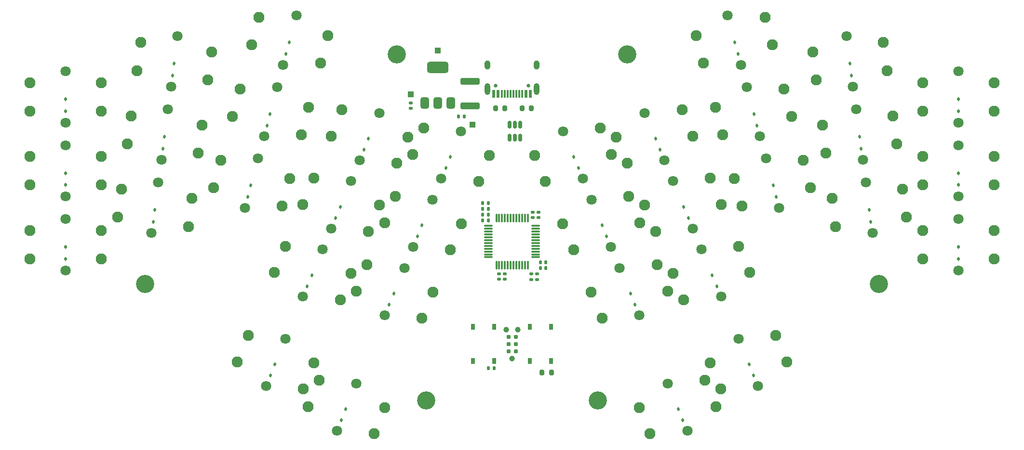
<source format=gbr>
%TF.GenerationSoftware,KiCad,Pcbnew,8.0.8-8.0.8-0~ubuntu22.04.1*%
%TF.CreationDate,2025-02-01T01:24:59+00:00*%
%TF.ProjectId,miniwing,6d696e69-7769-46e6-972e-6b696361645f,1*%
%TF.SameCoordinates,Original*%
%TF.FileFunction,Soldermask,Bot*%
%TF.FilePolarity,Negative*%
%FSLAX46Y46*%
G04 Gerber Fmt 4.6, Leading zero omitted, Abs format (unit mm)*
G04 Created by KiCad (PCBNEW 8.0.8-8.0.8-0~ubuntu22.04.1) date 2025-02-01 01:24:59*
%MOMM*%
%LPD*%
G01*
G04 APERTURE LIST*
G04 Aperture macros list*
%AMRoundRect*
0 Rectangle with rounded corners*
0 $1 Rounding radius*
0 $2 $3 $4 $5 $6 $7 $8 $9 X,Y pos of 4 corners*
0 Add a 4 corners polygon primitive as box body*
4,1,4,$2,$3,$4,$5,$6,$7,$8,$9,$2,$3,0*
0 Add four circle primitives for the rounded corners*
1,1,$1+$1,$2,$3*
1,1,$1+$1,$4,$5*
1,1,$1+$1,$6,$7*
1,1,$1+$1,$8,$9*
0 Add four rect primitives between the rounded corners*
20,1,$1+$1,$2,$3,$4,$5,0*
20,1,$1+$1,$4,$5,$6,$7,0*
20,1,$1+$1,$6,$7,$8,$9,0*
20,1,$1+$1,$8,$9,$2,$3,0*%
G04 Aperture macros list end*
%ADD10RoundRect,0.250000X-1.450000X0.312500X-1.450000X-0.312500X1.450000X-0.312500X1.450000X0.312500X0*%
%ADD11R,0.750000X1.000000*%
%ADD12C,3.200000*%
%ADD13C,1.800000*%
%ADD14C,1.950000*%
%ADD15RoundRect,0.112500X-0.087064X0.200580X-0.136011X-0.171212X0.087064X-0.200580X0.136011X0.171212X0*%
%ADD16RoundRect,0.112500X-0.032183X0.216279X-0.175690X-0.130176X0.032183X-0.216279X0.175690X0.130176X0*%
%ADD17RoundRect,0.112500X-0.136011X0.171212X-0.087064X-0.200580X0.136011X-0.171212X0.087064X0.200580X0*%
%ADD18RoundRect,0.140000X0.140000X0.170000X-0.140000X0.170000X-0.140000X-0.170000X0.140000X-0.170000X0*%
%ADD19RoundRect,0.112500X-0.175690X0.130176X-0.032183X-0.216279X0.175690X-0.130176X0.032183X0.216279X0*%
%ADD20RoundRect,0.112500X-0.060138X0.210228X-0.157195X-0.151994X0.060138X-0.210228X0.157195X0.151994X0*%
%ADD21RoundRect,0.200000X0.200000X0.275000X-0.200000X0.275000X-0.200000X-0.275000X0.200000X-0.275000X0*%
%ADD22RoundRect,0.112500X-0.157195X0.151994X-0.060138X-0.210228X0.157195X-0.151994X0.060138X0.210228X0*%
%ADD23R,1.000000X1.000000*%
%ADD24RoundRect,0.112500X-0.112500X0.187500X-0.112500X-0.187500X0.112500X-0.187500X0.112500X0.187500X0*%
%ADD25RoundRect,0.375000X0.375000X-0.625000X0.375000X0.625000X-0.375000X0.625000X-0.375000X-0.625000X0*%
%ADD26RoundRect,0.500000X1.400000X-0.500000X1.400000X0.500000X-1.400000X0.500000X-1.400000X-0.500000X0*%
%ADD27RoundRect,0.140000X-0.170000X0.140000X-0.170000X-0.140000X0.170000X-0.140000X0.170000X0.140000X0*%
%ADD28RoundRect,0.075000X0.075000X-0.662500X0.075000X0.662500X-0.075000X0.662500X-0.075000X-0.662500X0*%
%ADD29RoundRect,0.075000X0.662500X-0.075000X0.662500X0.075000X-0.662500X0.075000X-0.662500X-0.075000X0*%
%ADD30RoundRect,0.140000X0.170000X-0.140000X0.170000X0.140000X-0.170000X0.140000X-0.170000X-0.140000X0*%
%ADD31RoundRect,0.200000X-0.200000X-0.275000X0.200000X-0.275000X0.200000X0.275000X-0.200000X0.275000X0*%
%ADD32RoundRect,0.140000X-0.140000X-0.170000X0.140000X-0.170000X0.140000X0.170000X-0.140000X0.170000X0*%
%ADD33C,0.650000*%
%ADD34R,0.600000X1.450000*%
%ADD35R,0.300000X1.450000*%
%ADD36O,1.000000X1.600000*%
%ADD37O,1.000000X2.100000*%
%ADD38RoundRect,0.150000X0.150000X-0.512500X0.150000X0.512500X-0.150000X0.512500X-0.150000X-0.512500X0*%
%ADD39C,0.990600*%
%ADD40C,0.787400*%
G04 APERTURE END LIST*
D10*
%TO.C,F1*%
X142500000Y-64162500D03*
X142500000Y-68437500D03*
%TD*%
D11*
%TO.C,RESET1*%
X146745000Y-113317500D03*
X146745000Y-107317500D03*
X142995000Y-113317500D03*
X142995000Y-107317500D03*
%TD*%
%TO.C,BOOT1*%
X152995000Y-107317500D03*
X152995000Y-113317500D03*
X156745000Y-107317500D03*
X156745000Y-113317500D03*
%TD*%
D12*
%TO.C,H6*%
X85402219Y-99760079D03*
%TD*%
%TO.C,H5*%
X134832429Y-120245290D03*
%TD*%
%TO.C,H4*%
X164906645Y-120245671D03*
%TD*%
%TO.C,H3*%
X214335794Y-99760342D03*
%TD*%
%TO.C,H2*%
X170132812Y-59357029D03*
%TD*%
%TO.C,H1*%
X129606220Y-59356769D03*
%TD*%
D13*
%TO.C,S11*%
X71458360Y-75370088D03*
X71458360Y-84370089D03*
D14*
X65208360Y-77370088D03*
X77709359Y-77370088D03*
X65208360Y-82370088D03*
X77709360Y-82370088D03*
%TD*%
D13*
%TO.C,S3*%
X112010819Y-52571544D03*
X109681447Y-61264876D03*
D14*
X105456146Y-52885777D03*
X117531183Y-56121273D03*
X104162050Y-57715405D03*
X116237088Y-60950902D03*
%TD*%
D13*
%TO.C,S12*%
X89448530Y-69025290D03*
X88273795Y-77948293D03*
D14*
X82990948Y-70192390D03*
X95385000Y-71824098D03*
X82338317Y-75149614D03*
X94732369Y-76781323D03*
%TD*%
D13*
%TO.C,S14*%
X121577736Y-81687932D03*
X118133585Y-90002849D03*
D14*
X115038122Y-81143921D03*
X126587540Y-85927847D03*
X113124704Y-85763319D03*
X124674122Y-90547244D03*
%TD*%
D13*
%TO.C,S30*%
X228279636Y-88370086D03*
X228279636Y-97370087D03*
D14*
X222029636Y-90370087D03*
X234530636Y-90370087D03*
X222029636Y-95370087D03*
X234530636Y-95370086D03*
%TD*%
D13*
%TO.C,S27*%
X183135300Y-93699133D03*
X186579451Y-102014050D03*
D14*
X178126419Y-97938663D03*
X189675837Y-93154738D03*
X180039837Y-102558061D03*
X191589255Y-97774135D03*
%TD*%
D13*
%TO.C,S17*%
X178160415Y-81688699D03*
X181604566Y-90003616D03*
D14*
X173151534Y-85928229D03*
X184700952Y-81144304D03*
X175064952Y-90547627D03*
X186614370Y-85763701D03*
%TD*%
D13*
%TO.C,S2*%
X91145370Y-56136506D03*
X89970635Y-65059509D03*
D14*
X84687788Y-57303606D03*
X97081840Y-58935314D03*
X84035157Y-62260830D03*
X96429209Y-63892539D03*
%TD*%
D13*
%TO.C,S7*%
X173185530Y-69678265D03*
X176629681Y-77993182D03*
D14*
X168176649Y-73917795D03*
X179726067Y-69133870D03*
X170090067Y-78537193D03*
X181639485Y-73753267D03*
%TD*%
D13*
%TO.C,S23*%
X105281523Y-77685613D03*
X102952151Y-86378945D03*
D14*
X98726850Y-77999846D03*
X110801887Y-81235342D03*
X97432754Y-82829474D03*
X109507792Y-86064971D03*
%TD*%
D13*
%TO.C,S10*%
X228279637Y-62370086D03*
X228279637Y-71370087D03*
D14*
X222029637Y-64370087D03*
X234530637Y-64370087D03*
X222029637Y-69370087D03*
X234530637Y-69370086D03*
%TD*%
D13*
%TO.C,S26*%
X168782338Y-96938344D03*
X172226489Y-105253261D03*
D14*
X163773457Y-101177874D03*
X175322875Y-96393949D03*
X165686875Y-105797272D03*
X177236293Y-101013346D03*
%TD*%
D13*
%TO.C,S15*%
X135930698Y-84927143D03*
X132486547Y-93242060D03*
D14*
X129391084Y-84383132D03*
X140940502Y-89167058D03*
X127477666Y-89002530D03*
X139027084Y-93786455D03*
%TD*%
D13*
%TO.C,S8*%
X187727247Y-52572061D03*
X190056619Y-61265393D03*
D14*
X182207850Y-56121532D03*
X194282888Y-52886035D03*
X183501945Y-60951160D03*
X195576983Y-57715664D03*
%TD*%
D13*
%TO.C,S22*%
X87751689Y-81914073D03*
X86576954Y-90837076D03*
D14*
X81294107Y-83081173D03*
X93688159Y-84712881D03*
X80641476Y-88038397D03*
X93035528Y-89670106D03*
%TD*%
D13*
%TO.C,S20*%
X228279637Y-75370086D03*
X228279637Y-84370087D03*
D14*
X222029637Y-77370087D03*
X234530637Y-77370087D03*
X222029637Y-82370087D03*
X234530637Y-82370086D03*
%TD*%
D13*
%TO.C,S9*%
X209767379Y-65059771D03*
X208592645Y-56136767D03*
D14*
X202657167Y-58935446D03*
X215051219Y-57303737D03*
X203309798Y-63892670D03*
X215703850Y-62260961D03*
%TD*%
D13*
%TO.C,S1*%
X71458360Y-62370089D03*
X71458360Y-71370090D03*
D14*
X65208360Y-64370089D03*
X77709359Y-64370089D03*
X65208360Y-69370089D03*
X77709360Y-69370089D03*
%TD*%
D13*
%TO.C,S21*%
X71458362Y-88370087D03*
X71458362Y-97370088D03*
D14*
X65208362Y-90370087D03*
X77709361Y-90370087D03*
X65208362Y-95370087D03*
X77709362Y-95370087D03*
%TD*%
D13*
%TO.C,S25*%
X130955813Y-96937577D03*
X127511662Y-105252494D03*
D14*
X124416199Y-96393566D03*
X135965617Y-101177492D03*
X122502781Y-101012964D03*
X134052199Y-105796889D03*
%TD*%
D13*
%TO.C,S31*%
X110097233Y-109404318D03*
X106653082Y-117719235D03*
D14*
X103557619Y-108860307D03*
X115107037Y-113644233D03*
X101644201Y-113479705D03*
X113193619Y-118263630D03*
%TD*%
D13*
%TO.C,S18*%
X191091895Y-65129096D03*
X193421267Y-73822428D03*
D14*
X185572498Y-68678567D03*
X197647536Y-65443070D03*
X186866593Y-73508195D03*
X198941631Y-70272699D03*
%TD*%
D13*
%TO.C,S28*%
X194456543Y-77686131D03*
X196785915Y-86379463D03*
D14*
X188937146Y-81235602D03*
X201012184Y-78000105D03*
X190231241Y-86065230D03*
X202306279Y-82829734D03*
%TD*%
D13*
%TO.C,S19*%
X211464219Y-77948555D03*
X210289485Y-69025551D03*
D14*
X204354007Y-71824230D03*
X216748059Y-70192521D03*
X205006638Y-76781454D03*
X217400690Y-75149745D03*
%TD*%
D13*
%TO.C,S5*%
X140905582Y-72916709D03*
X137461431Y-81231626D03*
D14*
X134365968Y-72372698D03*
X145915386Y-77156624D03*
X132452550Y-76992096D03*
X144001968Y-81776021D03*
%TD*%
D13*
%TO.C,S32*%
X122536778Y-117262927D03*
X119092627Y-125577844D03*
D14*
X115997164Y-116718916D03*
X127546582Y-121502842D03*
X114083746Y-121338314D03*
X125633164Y-126122239D03*
%TD*%
D13*
%TO.C,S6*%
X158832569Y-72917476D03*
X162276720Y-81232393D03*
D14*
X153823688Y-77157006D03*
X165373106Y-72373081D03*
X155737106Y-81776404D03*
X167286524Y-76992478D03*
%TD*%
D13*
%TO.C,S34*%
X189640918Y-109405085D03*
X193085069Y-117720002D03*
D14*
X184632037Y-113644615D03*
X196181455Y-108860690D03*
X186545455Y-118264013D03*
X198094873Y-113480087D03*
%TD*%
D13*
%TO.C,S13*%
X108646171Y-65128578D03*
X106316799Y-73821910D03*
D14*
X102091498Y-65442811D03*
X114166535Y-68678307D03*
X100797402Y-70272439D03*
X112872440Y-73507936D03*
%TD*%
D13*
%TO.C,S16*%
X163807453Y-84927910D03*
X167251604Y-93242827D03*
D14*
X158798572Y-89167440D03*
X170347990Y-84383515D03*
X160711990Y-93786838D03*
X172261408Y-89002912D03*
%TD*%
%TO.C,S4*%
X129649007Y-78536810D03*
X118099589Y-73752885D03*
X131562425Y-73917413D03*
X120013007Y-69133487D03*
D13*
X123108470Y-77992415D03*
X126552621Y-69677498D03*
%TD*%
%TO.C,S29*%
X213161060Y-90837338D03*
X211986326Y-81914334D03*
D14*
X206050848Y-84713013D03*
X218444900Y-83081304D03*
X206703479Y-89670237D03*
X219097531Y-88038528D03*
%TD*%
D13*
%TO.C,S33*%
X177201373Y-117263694D03*
X180645524Y-125578611D03*
D14*
X172192492Y-121503224D03*
X183741910Y-116719299D03*
X174105910Y-126122622D03*
X185655328Y-121338696D03*
%TD*%
D13*
%TO.C,S24*%
X116602850Y-93698366D03*
X113158699Y-102013283D03*
D14*
X110063236Y-93154355D03*
X121612654Y-97938281D03*
X108149818Y-97773753D03*
X119699236Y-102557678D03*
%TD*%
D15*
%TO.C,D12*%
X88809945Y-73883500D03*
X88535839Y-75965534D03*
%TD*%
D16*
%TO.C,D24*%
X114728625Y-98225759D03*
X113924989Y-100165907D03*
%TD*%
D17*
%TO.C,D29*%
X212625903Y-86772414D03*
X212900009Y-88854448D03*
%TD*%
D18*
%TO.C,C8*%
X155820000Y-96000000D03*
X154860000Y-96000000D03*
%TD*%
D19*
%TO.C,D26*%
X170657486Y-101465353D03*
X171461122Y-103405501D03*
%TD*%
D18*
%TO.C,C5*%
X141460000Y-70300000D03*
X140500000Y-70300000D03*
%TD*%
D20*
%TO.C,D13*%
X107378922Y-69861873D03*
X106835404Y-71890317D03*
%TD*%
D19*
%TO.C,D34*%
X191516066Y-113932094D03*
X192319702Y-115872242D03*
%TD*%
D21*
%TO.C,R2*%
X148620000Y-68862500D03*
X146970000Y-68862500D03*
%TD*%
D18*
%TO.C,C13*%
X145687500Y-86567500D03*
X144727500Y-86567500D03*
%TD*%
D19*
%TO.C,D17*%
X180035563Y-86215708D03*
X180839199Y-88155856D03*
%TD*%
D16*
%TO.C,D32*%
X120662553Y-121790320D03*
X119858917Y-123730468D03*
%TD*%
D17*
%TO.C,D9*%
X209232222Y-60994847D03*
X209506328Y-63076881D03*
%TD*%
D22*
%TO.C,D8*%
X188995463Y-57305097D03*
X189538981Y-59333541D03*
%TD*%
D23*
%TO.C,TP2*%
X142920000Y-71747500D03*
%TD*%
D24*
%TO.C,D10*%
X228279637Y-67270085D03*
X228279637Y-69370087D03*
%TD*%
D22*
%TO.C,D18*%
X192360111Y-69862132D03*
X192903629Y-71890576D03*
%TD*%
D25*
%TO.C,U1*%
X139100000Y-67950000D03*
X136800000Y-67950000D03*
D26*
X136800000Y-61650000D03*
D25*
X134500000Y-67950000D03*
%TD*%
D20*
%TO.C,D3*%
X110743570Y-57304839D03*
X110200052Y-59333283D03*
%TD*%
D27*
%TO.C,C6*%
X132100000Y-68880000D03*
X132100000Y-67920000D03*
%TD*%
D24*
%TO.C,D21*%
X71459362Y-93270085D03*
X71459362Y-95370087D03*
%TD*%
D28*
%TO.C,U3*%
X152620000Y-96480000D03*
X152120000Y-96480000D03*
X151620000Y-96480000D03*
X151119999Y-96480000D03*
X150620000Y-96480000D03*
X150120000Y-96480000D03*
X149620000Y-96480000D03*
X149120000Y-96480000D03*
X148620001Y-96480000D03*
X148120000Y-96480000D03*
X147620000Y-96480000D03*
X147120000Y-96480000D03*
D29*
X145707500Y-95067500D03*
X145707500Y-94567500D03*
X145707500Y-94067500D03*
X145707500Y-93567499D03*
X145707500Y-93067500D03*
X145707500Y-92567500D03*
X145707500Y-92067500D03*
X145707500Y-91567500D03*
X145707500Y-91067501D03*
X145707500Y-90567500D03*
X145707500Y-90067500D03*
X145707500Y-89567500D03*
D28*
X147120000Y-88155000D03*
X147620000Y-88155000D03*
X148120000Y-88155000D03*
X148620001Y-88155000D03*
X149120000Y-88155000D03*
X149620000Y-88155000D03*
X150120000Y-88155000D03*
X150620000Y-88155000D03*
X151119999Y-88155000D03*
X151620000Y-88155000D03*
X152120000Y-88155000D03*
X152620000Y-88155000D03*
D29*
X154032500Y-89567500D03*
X154032500Y-90067500D03*
X154032500Y-90567500D03*
X154032500Y-91067501D03*
X154032500Y-91567500D03*
X154032500Y-92067500D03*
X154032500Y-92567500D03*
X154032500Y-93067500D03*
X154032500Y-93567499D03*
X154032500Y-94067500D03*
X154032500Y-94567500D03*
X154032500Y-95067500D03*
%TD*%
D16*
%TO.C,D5*%
X139031357Y-77444102D03*
X138227721Y-79384250D03*
%TD*%
D27*
%TO.C,C1*%
X147620001Y-97980000D03*
X147620001Y-98940000D03*
%TD*%
D16*
%TO.C,D14*%
X119703511Y-86215325D03*
X118899875Y-88155473D03*
%TD*%
%TO.C,D15*%
X134056473Y-89454536D03*
X133252837Y-91394684D03*
%TD*%
D18*
%TO.C,C11*%
X145687500Y-88567500D03*
X144727500Y-88567500D03*
%TD*%
%TO.C,C14*%
X145687500Y-85567500D03*
X144727500Y-85567500D03*
%TD*%
D20*
%TO.C,D23*%
X104014274Y-82418908D03*
X103470756Y-84447352D03*
%TD*%
D24*
%TO.C,D11*%
X71459362Y-80270085D03*
X71459362Y-82370087D03*
%TD*%
D30*
%TO.C,C4*%
X153520000Y-88100000D03*
X153520000Y-87140000D03*
%TD*%
D19*
%TO.C,D27*%
X185010448Y-98226142D03*
X185814084Y-100166290D03*
%TD*%
D21*
%TO.C,R1*%
X156800000Y-115317500D03*
X155150000Y-115317500D03*
%TD*%
D27*
%TO.C,C10*%
X153250000Y-98030000D03*
X153250000Y-98990000D03*
%TD*%
D31*
%TO.C,R3*%
X151620000Y-68862500D03*
X153270000Y-68862500D03*
%TD*%
D18*
%TO.C,C7*%
X155820000Y-97000000D03*
X154860000Y-97000000D03*
%TD*%
%TO.C,C12*%
X145687500Y-87567500D03*
X144727500Y-87567500D03*
%TD*%
D19*
%TO.C,D16*%
X165682601Y-89454919D03*
X166486237Y-91395067D03*
%TD*%
D15*
%TO.C,D2*%
X90506785Y-60994716D03*
X90232679Y-63076750D03*
%TD*%
D27*
%TO.C,C9*%
X154250000Y-98030000D03*
X154250000Y-98990000D03*
%TD*%
D22*
%TO.C,D28*%
X195724759Y-82419167D03*
X196268277Y-84447611D03*
%TD*%
D24*
%TO.C,D20*%
X228279637Y-80270085D03*
X228279637Y-82370087D03*
%TD*%
%TO.C,D30*%
X228279636Y-93270085D03*
X228279636Y-95370087D03*
%TD*%
D16*
%TO.C,D25*%
X129081588Y-101464970D03*
X128277952Y-103405118D03*
%TD*%
D32*
%TO.C,C15*%
X145740000Y-114600000D03*
X146700000Y-114600000D03*
%TD*%
D23*
%TO.C,TP3*%
X136800000Y-58750000D03*
%TD*%
%TO.C,TP1*%
X132100000Y-66400000D03*
%TD*%
D33*
%TO.C,J1*%
X146980000Y-64917500D03*
X152760000Y-64917500D03*
D34*
X146620000Y-66362500D03*
X147420000Y-66362500D03*
D35*
X148620000Y-66362500D03*
X149620000Y-66362500D03*
X150120000Y-66362500D03*
X151120000Y-66362500D03*
D34*
X152320000Y-66362500D03*
X153120000Y-66362500D03*
X153120000Y-66362500D03*
X152320000Y-66362500D03*
D35*
X151620000Y-66362500D03*
X150620000Y-66362500D03*
X149120000Y-66362500D03*
X148120000Y-66362500D03*
D34*
X147420000Y-66362500D03*
X146620000Y-66362500D03*
D36*
X145550000Y-61267500D03*
D37*
X145550000Y-65447500D03*
D36*
X154190000Y-61267500D03*
D37*
X154190000Y-65447500D03*
%TD*%
D38*
%TO.C,U2*%
X151320000Y-74022500D03*
X150370000Y-74022500D03*
X149420000Y-74022500D03*
X149420000Y-71747500D03*
X150370000Y-71747500D03*
X151320000Y-71747500D03*
%TD*%
D15*
%TO.C,D22*%
X87113104Y-86772283D03*
X86838998Y-88854317D03*
%TD*%
D39*
%TO.C,J3*%
X149870000Y-112857500D03*
X148854000Y-107777500D03*
X150886000Y-107777500D03*
D40*
X149235000Y-111587500D03*
X150505000Y-111587500D03*
X149235000Y-110317500D03*
X150505000Y-110317500D03*
X149235000Y-109047500D03*
X150505000Y-109047500D03*
%TD*%
D16*
%TO.C,D4*%
X124678396Y-74204891D03*
X123874760Y-76145039D03*
%TD*%
D19*
%TO.C,D33*%
X179076521Y-121790703D03*
X179880157Y-123730851D03*
%TD*%
D30*
%TO.C,C3*%
X154520000Y-88100000D03*
X154520000Y-87140000D03*
%TD*%
D19*
%TO.C,D6*%
X160707717Y-77444485D03*
X161511353Y-79384633D03*
%TD*%
D24*
%TO.C,D1*%
X71459360Y-67270087D03*
X71459360Y-69370089D03*
%TD*%
D19*
%TO.C,D7*%
X175060678Y-74205274D03*
X175864314Y-76145422D03*
%TD*%
D16*
%TO.C,D31*%
X108223008Y-113931711D03*
X107419372Y-115871859D03*
%TD*%
D17*
%TO.C,D19*%
X210929062Y-73883631D03*
X211203168Y-75965665D03*
%TD*%
D27*
%TO.C,C2*%
X148620001Y-97980000D03*
X148620001Y-98940000D03*
%TD*%
M02*

</source>
